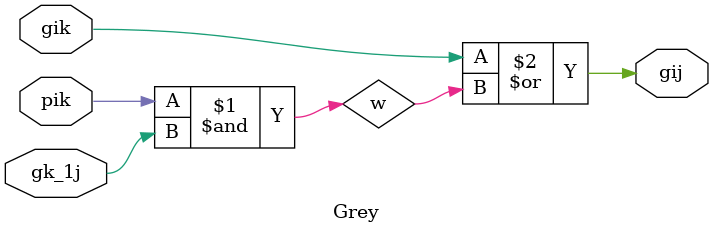
<source format=v>
`timescale 1ns / 1ps
module Grey(gik,pik,gk_1j,gij);

	input gik,pik,gk_1j;
	output gij;
	wire w;
	
	and(w,pik,gk_1j);
	or(gij,gik,w);


endmodule 
</source>
